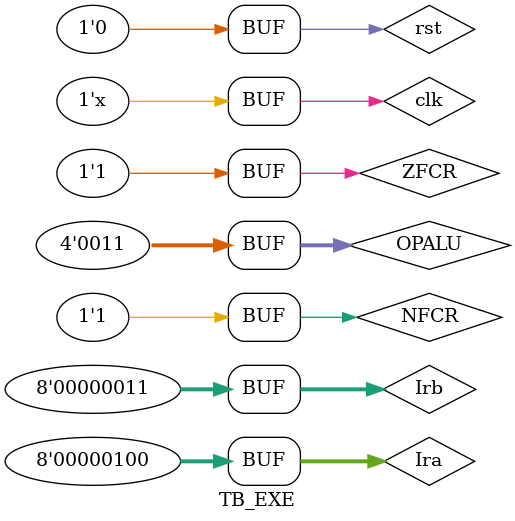
<source format=v>
`timescale 1ns / 1ps


module TB_EXE;

	// Inputs
	reg [7:0] Ira;
	reg [7:0] Irb;
	reg [3:0] OPALU;
	reg rst;
	reg clk;
	reg NFCR;
	reg ZFCR;

	// Outputs
	wire IFgn;
	wire IFgz;
	wire [7:0] OALUD;

	// Instantiate the Unit Under Test (UUT)
	EXE uut (
		.Ira(Ira), 
		.Irb(Irb), 
		.OPALU(OPALU), 
		.IFgn(IFgn), 
		.IFgz(IFgz), 
		.OALUD(OALUD), 
		.rst(rst), 
		.clk(clk), 
		.NFCR(NFCR), 
		.ZFCR(ZFCR)
	);

	initial begin
		// Initialize Inputs
		Ira = 0;
		Irb = 0;
		OPALU = 0;
		rst = 0;
		clk = 0;
		NFCR = 0;
		ZFCR = 0;

		// Wait 100 ns for global reset to finish
		#100;
        
		  	
		Ira = 2;
		
Irb = 2;
	
	OPALU = 1;
	
	rst = 0;
	

	clk = 0;
	
	NFCR = 1;
	
	ZFCR = 1;
	
	#100;
		
	
	Ira = 6;
	
	Irb = 3;
	
	OPALU = 2;
	
	rst = 0;
	
	clk = 0;
	
	NFCR = 1;
	
	ZFCR = 1;
	
	#100;

		
Ira = 4;
	
	Irb = 3;
	
	OPALU = 3;
	
	rst = 0;
	
	clk = 0;
	
	NFCR = 1;
	
	ZFCR = 1;
	
	#100;
		// Add stimulus here

	end
      always #10clk=~clk;
endmodule


</source>
